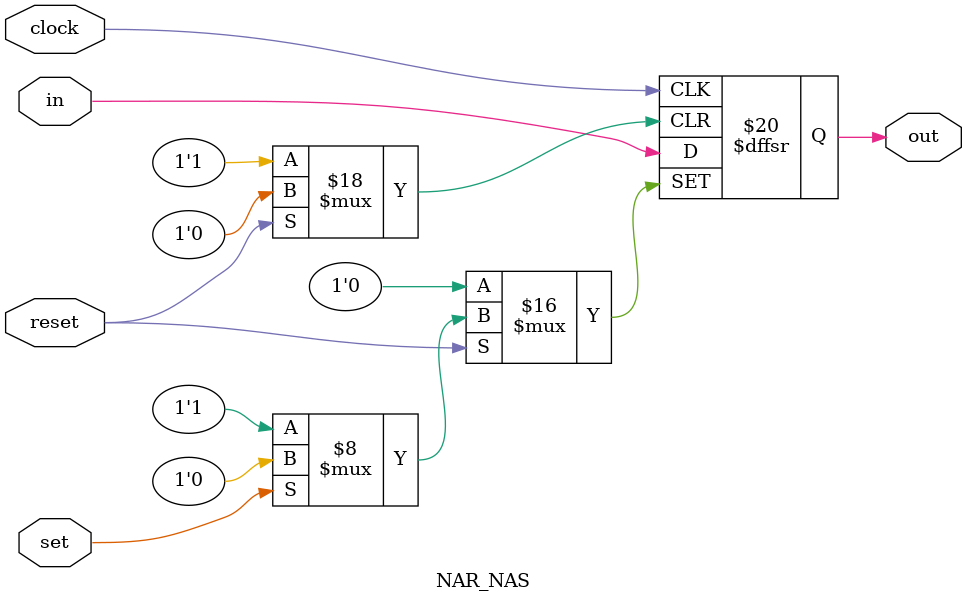
<source format=v>
module NAR_NAS (input wire clock, reset, set, in, output reg out);
  always@(posedge clock or negedge reset or negedge set)begin
    if(!reset)
      out <= 1'b0;
    else if(!set)
      out <= 1'b1;
    else
      out <= in;
  end
endmodule



</source>
